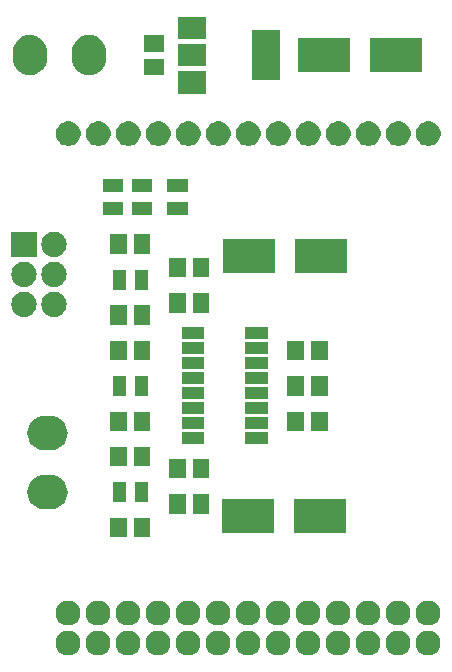
<source format=gbr>
G04 #@! TF.GenerationSoftware,KiCad,Pcbnew,5.0.2-bee76a0~70~ubuntu16.04.1*
G04 #@! TF.CreationDate,2019-02-04T09:50:23+01:00*
G04 #@! TF.ProjectId,mb-a,6d622d61-2e6b-4696-9361-645f70636258,rev?*
G04 #@! TF.SameCoordinates,Original*
G04 #@! TF.FileFunction,Soldermask,Top*
G04 #@! TF.FilePolarity,Negative*
%FSLAX46Y46*%
G04 Gerber Fmt 4.6, Leading zero omitted, Abs format (unit mm)*
G04 Created by KiCad (PCBNEW 5.0.2-bee76a0~70~ubuntu16.04.1) date Mon 04 Feb 2019 09:50:23 AM CET*
%MOMM*%
%LPD*%
G01*
G04 APERTURE LIST*
%ADD10C,0.100000*%
G04 APERTURE END LIST*
D10*
G36*
X101388780Y-93725884D02*
X101569166Y-93761764D01*
X101760254Y-93840916D01*
X101932228Y-93955825D01*
X102078481Y-94102078D01*
X102193390Y-94274052D01*
X102272542Y-94465140D01*
X102312892Y-94667998D01*
X102312892Y-94874830D01*
X102272542Y-95077688D01*
X102193390Y-95268776D01*
X102078481Y-95440750D01*
X101932228Y-95587003D01*
X101760254Y-95701912D01*
X101569166Y-95781064D01*
X101388780Y-95816944D01*
X101366309Y-95821414D01*
X101159475Y-95821414D01*
X101137004Y-95816944D01*
X100956618Y-95781064D01*
X100765530Y-95701912D01*
X100593556Y-95587003D01*
X100447303Y-95440750D01*
X100332394Y-95268776D01*
X100253242Y-95077688D01*
X100212892Y-94874830D01*
X100212892Y-94667998D01*
X100253242Y-94465140D01*
X100332394Y-94274052D01*
X100447303Y-94102078D01*
X100593556Y-93955825D01*
X100765530Y-93840916D01*
X100956618Y-93761764D01*
X101137004Y-93725884D01*
X101159475Y-93721414D01*
X101366309Y-93721414D01*
X101388780Y-93725884D01*
X101388780Y-93725884D01*
G37*
G36*
X124248780Y-93725884D02*
X124429166Y-93761764D01*
X124620254Y-93840916D01*
X124792228Y-93955825D01*
X124938481Y-94102078D01*
X125053390Y-94274052D01*
X125132542Y-94465140D01*
X125172892Y-94667998D01*
X125172892Y-94874830D01*
X125132542Y-95077688D01*
X125053390Y-95268776D01*
X124938481Y-95440750D01*
X124792228Y-95587003D01*
X124620254Y-95701912D01*
X124429166Y-95781064D01*
X124248780Y-95816944D01*
X124226309Y-95821414D01*
X124019475Y-95821414D01*
X123997004Y-95816944D01*
X123816618Y-95781064D01*
X123625530Y-95701912D01*
X123453556Y-95587003D01*
X123307303Y-95440750D01*
X123192394Y-95268776D01*
X123113242Y-95077688D01*
X123072892Y-94874830D01*
X123072892Y-94667998D01*
X123113242Y-94465140D01*
X123192394Y-94274052D01*
X123307303Y-94102078D01*
X123453556Y-93955825D01*
X123625530Y-93840916D01*
X123816618Y-93761764D01*
X123997004Y-93725884D01*
X124019475Y-93721414D01*
X124226309Y-93721414D01*
X124248780Y-93725884D01*
X124248780Y-93725884D01*
G37*
G36*
X116628780Y-93725884D02*
X116809166Y-93761764D01*
X117000254Y-93840916D01*
X117172228Y-93955825D01*
X117318481Y-94102078D01*
X117433390Y-94274052D01*
X117512542Y-94465140D01*
X117552892Y-94667998D01*
X117552892Y-94874830D01*
X117512542Y-95077688D01*
X117433390Y-95268776D01*
X117318481Y-95440750D01*
X117172228Y-95587003D01*
X117000254Y-95701912D01*
X116809166Y-95781064D01*
X116628780Y-95816944D01*
X116606309Y-95821414D01*
X116399475Y-95821414D01*
X116377004Y-95816944D01*
X116196618Y-95781064D01*
X116005530Y-95701912D01*
X115833556Y-95587003D01*
X115687303Y-95440750D01*
X115572394Y-95268776D01*
X115493242Y-95077688D01*
X115452892Y-94874830D01*
X115452892Y-94667998D01*
X115493242Y-94465140D01*
X115572394Y-94274052D01*
X115687303Y-94102078D01*
X115833556Y-93955825D01*
X116005530Y-93840916D01*
X116196618Y-93761764D01*
X116377004Y-93725884D01*
X116399475Y-93721414D01*
X116606309Y-93721414D01*
X116628780Y-93725884D01*
X116628780Y-93725884D01*
G37*
G36*
X119168780Y-93725884D02*
X119349166Y-93761764D01*
X119540254Y-93840916D01*
X119712228Y-93955825D01*
X119858481Y-94102078D01*
X119973390Y-94274052D01*
X120052542Y-94465140D01*
X120092892Y-94667998D01*
X120092892Y-94874830D01*
X120052542Y-95077688D01*
X119973390Y-95268776D01*
X119858481Y-95440750D01*
X119712228Y-95587003D01*
X119540254Y-95701912D01*
X119349166Y-95781064D01*
X119168780Y-95816944D01*
X119146309Y-95821414D01*
X118939475Y-95821414D01*
X118917004Y-95816944D01*
X118736618Y-95781064D01*
X118545530Y-95701912D01*
X118373556Y-95587003D01*
X118227303Y-95440750D01*
X118112394Y-95268776D01*
X118033242Y-95077688D01*
X117992892Y-94874830D01*
X117992892Y-94667998D01*
X118033242Y-94465140D01*
X118112394Y-94274052D01*
X118227303Y-94102078D01*
X118373556Y-93955825D01*
X118545530Y-93840916D01*
X118736618Y-93761764D01*
X118917004Y-93725884D01*
X118939475Y-93721414D01*
X119146309Y-93721414D01*
X119168780Y-93725884D01*
X119168780Y-93725884D01*
G37*
G36*
X121708780Y-93725884D02*
X121889166Y-93761764D01*
X122080254Y-93840916D01*
X122252228Y-93955825D01*
X122398481Y-94102078D01*
X122513390Y-94274052D01*
X122592542Y-94465140D01*
X122632892Y-94667998D01*
X122632892Y-94874830D01*
X122592542Y-95077688D01*
X122513390Y-95268776D01*
X122398481Y-95440750D01*
X122252228Y-95587003D01*
X122080254Y-95701912D01*
X121889166Y-95781064D01*
X121708780Y-95816944D01*
X121686309Y-95821414D01*
X121479475Y-95821414D01*
X121457004Y-95816944D01*
X121276618Y-95781064D01*
X121085530Y-95701912D01*
X120913556Y-95587003D01*
X120767303Y-95440750D01*
X120652394Y-95268776D01*
X120573242Y-95077688D01*
X120532892Y-94874830D01*
X120532892Y-94667998D01*
X120573242Y-94465140D01*
X120652394Y-94274052D01*
X120767303Y-94102078D01*
X120913556Y-93955825D01*
X121085530Y-93840916D01*
X121276618Y-93761764D01*
X121457004Y-93725884D01*
X121479475Y-93721414D01*
X121686309Y-93721414D01*
X121708780Y-93725884D01*
X121708780Y-93725884D01*
G37*
G36*
X126788780Y-93725884D02*
X126969166Y-93761764D01*
X127160254Y-93840916D01*
X127332228Y-93955825D01*
X127478481Y-94102078D01*
X127593390Y-94274052D01*
X127672542Y-94465140D01*
X127712892Y-94667998D01*
X127712892Y-94874830D01*
X127672542Y-95077688D01*
X127593390Y-95268776D01*
X127478481Y-95440750D01*
X127332228Y-95587003D01*
X127160254Y-95701912D01*
X126969166Y-95781064D01*
X126788780Y-95816944D01*
X126766309Y-95821414D01*
X126559475Y-95821414D01*
X126537004Y-95816944D01*
X126356618Y-95781064D01*
X126165530Y-95701912D01*
X125993556Y-95587003D01*
X125847303Y-95440750D01*
X125732394Y-95268776D01*
X125653242Y-95077688D01*
X125612892Y-94874830D01*
X125612892Y-94667998D01*
X125653242Y-94465140D01*
X125732394Y-94274052D01*
X125847303Y-94102078D01*
X125993556Y-93955825D01*
X126165530Y-93840916D01*
X126356618Y-93761764D01*
X126537004Y-93725884D01*
X126559475Y-93721414D01*
X126766309Y-93721414D01*
X126788780Y-93725884D01*
X126788780Y-93725884D01*
G37*
G36*
X114088780Y-93725884D02*
X114269166Y-93761764D01*
X114460254Y-93840916D01*
X114632228Y-93955825D01*
X114778481Y-94102078D01*
X114893390Y-94274052D01*
X114972542Y-94465140D01*
X115012892Y-94667998D01*
X115012892Y-94874830D01*
X114972542Y-95077688D01*
X114893390Y-95268776D01*
X114778481Y-95440750D01*
X114632228Y-95587003D01*
X114460254Y-95701912D01*
X114269166Y-95781064D01*
X114088780Y-95816944D01*
X114066309Y-95821414D01*
X113859475Y-95821414D01*
X113837004Y-95816944D01*
X113656618Y-95781064D01*
X113465530Y-95701912D01*
X113293556Y-95587003D01*
X113147303Y-95440750D01*
X113032394Y-95268776D01*
X112953242Y-95077688D01*
X112912892Y-94874830D01*
X112912892Y-94667998D01*
X112953242Y-94465140D01*
X113032394Y-94274052D01*
X113147303Y-94102078D01*
X113293556Y-93955825D01*
X113465530Y-93840916D01*
X113656618Y-93761764D01*
X113837004Y-93725884D01*
X113859475Y-93721414D01*
X114066309Y-93721414D01*
X114088780Y-93725884D01*
X114088780Y-93725884D01*
G37*
G36*
X109008780Y-93725884D02*
X109189166Y-93761764D01*
X109380254Y-93840916D01*
X109552228Y-93955825D01*
X109698481Y-94102078D01*
X109813390Y-94274052D01*
X109892542Y-94465140D01*
X109932892Y-94667998D01*
X109932892Y-94874830D01*
X109892542Y-95077688D01*
X109813390Y-95268776D01*
X109698481Y-95440750D01*
X109552228Y-95587003D01*
X109380254Y-95701912D01*
X109189166Y-95781064D01*
X109008780Y-95816944D01*
X108986309Y-95821414D01*
X108779475Y-95821414D01*
X108757004Y-95816944D01*
X108576618Y-95781064D01*
X108385530Y-95701912D01*
X108213556Y-95587003D01*
X108067303Y-95440750D01*
X107952394Y-95268776D01*
X107873242Y-95077688D01*
X107832892Y-94874830D01*
X107832892Y-94667998D01*
X107873242Y-94465140D01*
X107952394Y-94274052D01*
X108067303Y-94102078D01*
X108213556Y-93955825D01*
X108385530Y-93840916D01*
X108576618Y-93761764D01*
X108757004Y-93725884D01*
X108779475Y-93721414D01*
X108986309Y-93721414D01*
X109008780Y-93725884D01*
X109008780Y-93725884D01*
G37*
G36*
X111548780Y-93725884D02*
X111729166Y-93761764D01*
X111920254Y-93840916D01*
X112092228Y-93955825D01*
X112238481Y-94102078D01*
X112353390Y-94274052D01*
X112432542Y-94465140D01*
X112472892Y-94667998D01*
X112472892Y-94874830D01*
X112432542Y-95077688D01*
X112353390Y-95268776D01*
X112238481Y-95440750D01*
X112092228Y-95587003D01*
X111920254Y-95701912D01*
X111729166Y-95781064D01*
X111548780Y-95816944D01*
X111526309Y-95821414D01*
X111319475Y-95821414D01*
X111297004Y-95816944D01*
X111116618Y-95781064D01*
X110925530Y-95701912D01*
X110753556Y-95587003D01*
X110607303Y-95440750D01*
X110492394Y-95268776D01*
X110413242Y-95077688D01*
X110372892Y-94874830D01*
X110372892Y-94667998D01*
X110413242Y-94465140D01*
X110492394Y-94274052D01*
X110607303Y-94102078D01*
X110753556Y-93955825D01*
X110925530Y-93840916D01*
X111116618Y-93761764D01*
X111297004Y-93725884D01*
X111319475Y-93721414D01*
X111526309Y-93721414D01*
X111548780Y-93725884D01*
X111548780Y-93725884D01*
G37*
G36*
X98848780Y-93725884D02*
X99029166Y-93761764D01*
X99220254Y-93840916D01*
X99392228Y-93955825D01*
X99538481Y-94102078D01*
X99653390Y-94274052D01*
X99732542Y-94465140D01*
X99772892Y-94667998D01*
X99772892Y-94874830D01*
X99732542Y-95077688D01*
X99653390Y-95268776D01*
X99538481Y-95440750D01*
X99392228Y-95587003D01*
X99220254Y-95701912D01*
X99029166Y-95781064D01*
X98848780Y-95816944D01*
X98826309Y-95821414D01*
X98619475Y-95821414D01*
X98597004Y-95816944D01*
X98416618Y-95781064D01*
X98225530Y-95701912D01*
X98053556Y-95587003D01*
X97907303Y-95440750D01*
X97792394Y-95268776D01*
X97713242Y-95077688D01*
X97672892Y-94874830D01*
X97672892Y-94667998D01*
X97713242Y-94465140D01*
X97792394Y-94274052D01*
X97907303Y-94102078D01*
X98053556Y-93955825D01*
X98225530Y-93840916D01*
X98416618Y-93761764D01*
X98597004Y-93725884D01*
X98619475Y-93721414D01*
X98826309Y-93721414D01*
X98848780Y-93725884D01*
X98848780Y-93725884D01*
G37*
G36*
X103928780Y-93725884D02*
X104109166Y-93761764D01*
X104300254Y-93840916D01*
X104472228Y-93955825D01*
X104618481Y-94102078D01*
X104733390Y-94274052D01*
X104812542Y-94465140D01*
X104852892Y-94667998D01*
X104852892Y-94874830D01*
X104812542Y-95077688D01*
X104733390Y-95268776D01*
X104618481Y-95440750D01*
X104472228Y-95587003D01*
X104300254Y-95701912D01*
X104109166Y-95781064D01*
X103928780Y-95816944D01*
X103906309Y-95821414D01*
X103699475Y-95821414D01*
X103677004Y-95816944D01*
X103496618Y-95781064D01*
X103305530Y-95701912D01*
X103133556Y-95587003D01*
X102987303Y-95440750D01*
X102872394Y-95268776D01*
X102793242Y-95077688D01*
X102752892Y-94874830D01*
X102752892Y-94667998D01*
X102793242Y-94465140D01*
X102872394Y-94274052D01*
X102987303Y-94102078D01*
X103133556Y-93955825D01*
X103305530Y-93840916D01*
X103496618Y-93761764D01*
X103677004Y-93725884D01*
X103699475Y-93721414D01*
X103906309Y-93721414D01*
X103928780Y-93725884D01*
X103928780Y-93725884D01*
G37*
G36*
X106468780Y-93725884D02*
X106649166Y-93761764D01*
X106840254Y-93840916D01*
X107012228Y-93955825D01*
X107158481Y-94102078D01*
X107273390Y-94274052D01*
X107352542Y-94465140D01*
X107392892Y-94667998D01*
X107392892Y-94874830D01*
X107352542Y-95077688D01*
X107273390Y-95268776D01*
X107158481Y-95440750D01*
X107012228Y-95587003D01*
X106840254Y-95701912D01*
X106649166Y-95781064D01*
X106468780Y-95816944D01*
X106446309Y-95821414D01*
X106239475Y-95821414D01*
X106217004Y-95816944D01*
X106036618Y-95781064D01*
X105845530Y-95701912D01*
X105673556Y-95587003D01*
X105527303Y-95440750D01*
X105412394Y-95268776D01*
X105333242Y-95077688D01*
X105292892Y-94874830D01*
X105292892Y-94667998D01*
X105333242Y-94465140D01*
X105412394Y-94274052D01*
X105527303Y-94102078D01*
X105673556Y-93955825D01*
X105845530Y-93840916D01*
X106036618Y-93761764D01*
X106217004Y-93725884D01*
X106239475Y-93721414D01*
X106446309Y-93721414D01*
X106468780Y-93725884D01*
X106468780Y-93725884D01*
G37*
G36*
X129328780Y-93725884D02*
X129509166Y-93761764D01*
X129700254Y-93840916D01*
X129872228Y-93955825D01*
X130018481Y-94102078D01*
X130133390Y-94274052D01*
X130212542Y-94465140D01*
X130252892Y-94667998D01*
X130252892Y-94874830D01*
X130212542Y-95077688D01*
X130133390Y-95268776D01*
X130018481Y-95440750D01*
X129872228Y-95587003D01*
X129700254Y-95701912D01*
X129509166Y-95781064D01*
X129328780Y-95816944D01*
X129306309Y-95821414D01*
X129099475Y-95821414D01*
X129077004Y-95816944D01*
X128896618Y-95781064D01*
X128705530Y-95701912D01*
X128533556Y-95587003D01*
X128387303Y-95440750D01*
X128272394Y-95268776D01*
X128193242Y-95077688D01*
X128152892Y-94874830D01*
X128152892Y-94667998D01*
X128193242Y-94465140D01*
X128272394Y-94274052D01*
X128387303Y-94102078D01*
X128533556Y-93955825D01*
X128705530Y-93840916D01*
X128896618Y-93761764D01*
X129077004Y-93725884D01*
X129099475Y-93721414D01*
X129306309Y-93721414D01*
X129328780Y-93725884D01*
X129328780Y-93725884D01*
G37*
G36*
X119168780Y-91185884D02*
X119349166Y-91221764D01*
X119540254Y-91300916D01*
X119712228Y-91415825D01*
X119858481Y-91562078D01*
X119973390Y-91734052D01*
X120052542Y-91925140D01*
X120092892Y-92127998D01*
X120092892Y-92334830D01*
X120052542Y-92537688D01*
X119973390Y-92728776D01*
X119858481Y-92900750D01*
X119712228Y-93047003D01*
X119540254Y-93161912D01*
X119349166Y-93241064D01*
X119168780Y-93276944D01*
X119146309Y-93281414D01*
X118939475Y-93281414D01*
X118917004Y-93276944D01*
X118736618Y-93241064D01*
X118545530Y-93161912D01*
X118373556Y-93047003D01*
X118227303Y-92900750D01*
X118112394Y-92728776D01*
X118033242Y-92537688D01*
X117992892Y-92334830D01*
X117992892Y-92127998D01*
X118033242Y-91925140D01*
X118112394Y-91734052D01*
X118227303Y-91562078D01*
X118373556Y-91415825D01*
X118545530Y-91300916D01*
X118736618Y-91221764D01*
X118917004Y-91185884D01*
X118939475Y-91181414D01*
X119146309Y-91181414D01*
X119168780Y-91185884D01*
X119168780Y-91185884D01*
G37*
G36*
X98848780Y-91185884D02*
X99029166Y-91221764D01*
X99220254Y-91300916D01*
X99392228Y-91415825D01*
X99538481Y-91562078D01*
X99653390Y-91734052D01*
X99732542Y-91925140D01*
X99772892Y-92127998D01*
X99772892Y-92334830D01*
X99732542Y-92537688D01*
X99653390Y-92728776D01*
X99538481Y-92900750D01*
X99392228Y-93047003D01*
X99220254Y-93161912D01*
X99029166Y-93241064D01*
X98848780Y-93276944D01*
X98826309Y-93281414D01*
X98619475Y-93281414D01*
X98597004Y-93276944D01*
X98416618Y-93241064D01*
X98225530Y-93161912D01*
X98053556Y-93047003D01*
X97907303Y-92900750D01*
X97792394Y-92728776D01*
X97713242Y-92537688D01*
X97672892Y-92334830D01*
X97672892Y-92127998D01*
X97713242Y-91925140D01*
X97792394Y-91734052D01*
X97907303Y-91562078D01*
X98053556Y-91415825D01*
X98225530Y-91300916D01*
X98416618Y-91221764D01*
X98597004Y-91185884D01*
X98619475Y-91181414D01*
X98826309Y-91181414D01*
X98848780Y-91185884D01*
X98848780Y-91185884D01*
G37*
G36*
X116628780Y-91185884D02*
X116809166Y-91221764D01*
X117000254Y-91300916D01*
X117172228Y-91415825D01*
X117318481Y-91562078D01*
X117433390Y-91734052D01*
X117512542Y-91925140D01*
X117552892Y-92127998D01*
X117552892Y-92334830D01*
X117512542Y-92537688D01*
X117433390Y-92728776D01*
X117318481Y-92900750D01*
X117172228Y-93047003D01*
X117000254Y-93161912D01*
X116809166Y-93241064D01*
X116628780Y-93276944D01*
X116606309Y-93281414D01*
X116399475Y-93281414D01*
X116377004Y-93276944D01*
X116196618Y-93241064D01*
X116005530Y-93161912D01*
X115833556Y-93047003D01*
X115687303Y-92900750D01*
X115572394Y-92728776D01*
X115493242Y-92537688D01*
X115452892Y-92334830D01*
X115452892Y-92127998D01*
X115493242Y-91925140D01*
X115572394Y-91734052D01*
X115687303Y-91562078D01*
X115833556Y-91415825D01*
X116005530Y-91300916D01*
X116196618Y-91221764D01*
X116377004Y-91185884D01*
X116399475Y-91181414D01*
X116606309Y-91181414D01*
X116628780Y-91185884D01*
X116628780Y-91185884D01*
G37*
G36*
X101388780Y-91185884D02*
X101569166Y-91221764D01*
X101760254Y-91300916D01*
X101932228Y-91415825D01*
X102078481Y-91562078D01*
X102193390Y-91734052D01*
X102272542Y-91925140D01*
X102312892Y-92127998D01*
X102312892Y-92334830D01*
X102272542Y-92537688D01*
X102193390Y-92728776D01*
X102078481Y-92900750D01*
X101932228Y-93047003D01*
X101760254Y-93161912D01*
X101569166Y-93241064D01*
X101388780Y-93276944D01*
X101366309Y-93281414D01*
X101159475Y-93281414D01*
X101137004Y-93276944D01*
X100956618Y-93241064D01*
X100765530Y-93161912D01*
X100593556Y-93047003D01*
X100447303Y-92900750D01*
X100332394Y-92728776D01*
X100253242Y-92537688D01*
X100212892Y-92334830D01*
X100212892Y-92127998D01*
X100253242Y-91925140D01*
X100332394Y-91734052D01*
X100447303Y-91562078D01*
X100593556Y-91415825D01*
X100765530Y-91300916D01*
X100956618Y-91221764D01*
X101137004Y-91185884D01*
X101159475Y-91181414D01*
X101366309Y-91181414D01*
X101388780Y-91185884D01*
X101388780Y-91185884D01*
G37*
G36*
X103928780Y-91185884D02*
X104109166Y-91221764D01*
X104300254Y-91300916D01*
X104472228Y-91415825D01*
X104618481Y-91562078D01*
X104733390Y-91734052D01*
X104812542Y-91925140D01*
X104852892Y-92127998D01*
X104852892Y-92334830D01*
X104812542Y-92537688D01*
X104733390Y-92728776D01*
X104618481Y-92900750D01*
X104472228Y-93047003D01*
X104300254Y-93161912D01*
X104109166Y-93241064D01*
X103928780Y-93276944D01*
X103906309Y-93281414D01*
X103699475Y-93281414D01*
X103677004Y-93276944D01*
X103496618Y-93241064D01*
X103305530Y-93161912D01*
X103133556Y-93047003D01*
X102987303Y-92900750D01*
X102872394Y-92728776D01*
X102793242Y-92537688D01*
X102752892Y-92334830D01*
X102752892Y-92127998D01*
X102793242Y-91925140D01*
X102872394Y-91734052D01*
X102987303Y-91562078D01*
X103133556Y-91415825D01*
X103305530Y-91300916D01*
X103496618Y-91221764D01*
X103677004Y-91185884D01*
X103699475Y-91181414D01*
X103906309Y-91181414D01*
X103928780Y-91185884D01*
X103928780Y-91185884D01*
G37*
G36*
X121708780Y-91185884D02*
X121889166Y-91221764D01*
X122080254Y-91300916D01*
X122252228Y-91415825D01*
X122398481Y-91562078D01*
X122513390Y-91734052D01*
X122592542Y-91925140D01*
X122632892Y-92127998D01*
X122632892Y-92334830D01*
X122592542Y-92537688D01*
X122513390Y-92728776D01*
X122398481Y-92900750D01*
X122252228Y-93047003D01*
X122080254Y-93161912D01*
X121889166Y-93241064D01*
X121708780Y-93276944D01*
X121686309Y-93281414D01*
X121479475Y-93281414D01*
X121457004Y-93276944D01*
X121276618Y-93241064D01*
X121085530Y-93161912D01*
X120913556Y-93047003D01*
X120767303Y-92900750D01*
X120652394Y-92728776D01*
X120573242Y-92537688D01*
X120532892Y-92334830D01*
X120532892Y-92127998D01*
X120573242Y-91925140D01*
X120652394Y-91734052D01*
X120767303Y-91562078D01*
X120913556Y-91415825D01*
X121085530Y-91300916D01*
X121276618Y-91221764D01*
X121457004Y-91185884D01*
X121479475Y-91181414D01*
X121686309Y-91181414D01*
X121708780Y-91185884D01*
X121708780Y-91185884D01*
G37*
G36*
X106468780Y-91185884D02*
X106649166Y-91221764D01*
X106840254Y-91300916D01*
X107012228Y-91415825D01*
X107158481Y-91562078D01*
X107273390Y-91734052D01*
X107352542Y-91925140D01*
X107392892Y-92127998D01*
X107392892Y-92334830D01*
X107352542Y-92537688D01*
X107273390Y-92728776D01*
X107158481Y-92900750D01*
X107012228Y-93047003D01*
X106840254Y-93161912D01*
X106649166Y-93241064D01*
X106468780Y-93276944D01*
X106446309Y-93281414D01*
X106239475Y-93281414D01*
X106217004Y-93276944D01*
X106036618Y-93241064D01*
X105845530Y-93161912D01*
X105673556Y-93047003D01*
X105527303Y-92900750D01*
X105412394Y-92728776D01*
X105333242Y-92537688D01*
X105292892Y-92334830D01*
X105292892Y-92127998D01*
X105333242Y-91925140D01*
X105412394Y-91734052D01*
X105527303Y-91562078D01*
X105673556Y-91415825D01*
X105845530Y-91300916D01*
X106036618Y-91221764D01*
X106217004Y-91185884D01*
X106239475Y-91181414D01*
X106446309Y-91181414D01*
X106468780Y-91185884D01*
X106468780Y-91185884D01*
G37*
G36*
X114088780Y-91185884D02*
X114269166Y-91221764D01*
X114460254Y-91300916D01*
X114632228Y-91415825D01*
X114778481Y-91562078D01*
X114893390Y-91734052D01*
X114972542Y-91925140D01*
X115012892Y-92127998D01*
X115012892Y-92334830D01*
X114972542Y-92537688D01*
X114893390Y-92728776D01*
X114778481Y-92900750D01*
X114632228Y-93047003D01*
X114460254Y-93161912D01*
X114269166Y-93241064D01*
X114088780Y-93276944D01*
X114066309Y-93281414D01*
X113859475Y-93281414D01*
X113837004Y-93276944D01*
X113656618Y-93241064D01*
X113465530Y-93161912D01*
X113293556Y-93047003D01*
X113147303Y-92900750D01*
X113032394Y-92728776D01*
X112953242Y-92537688D01*
X112912892Y-92334830D01*
X112912892Y-92127998D01*
X112953242Y-91925140D01*
X113032394Y-91734052D01*
X113147303Y-91562078D01*
X113293556Y-91415825D01*
X113465530Y-91300916D01*
X113656618Y-91221764D01*
X113837004Y-91185884D01*
X113859475Y-91181414D01*
X114066309Y-91181414D01*
X114088780Y-91185884D01*
X114088780Y-91185884D01*
G37*
G36*
X109008780Y-91185884D02*
X109189166Y-91221764D01*
X109380254Y-91300916D01*
X109552228Y-91415825D01*
X109698481Y-91562078D01*
X109813390Y-91734052D01*
X109892542Y-91925140D01*
X109932892Y-92127998D01*
X109932892Y-92334830D01*
X109892542Y-92537688D01*
X109813390Y-92728776D01*
X109698481Y-92900750D01*
X109552228Y-93047003D01*
X109380254Y-93161912D01*
X109189166Y-93241064D01*
X109008780Y-93276944D01*
X108986309Y-93281414D01*
X108779475Y-93281414D01*
X108757004Y-93276944D01*
X108576618Y-93241064D01*
X108385530Y-93161912D01*
X108213556Y-93047003D01*
X108067303Y-92900750D01*
X107952394Y-92728776D01*
X107873242Y-92537688D01*
X107832892Y-92334830D01*
X107832892Y-92127998D01*
X107873242Y-91925140D01*
X107952394Y-91734052D01*
X108067303Y-91562078D01*
X108213556Y-91415825D01*
X108385530Y-91300916D01*
X108576618Y-91221764D01*
X108757004Y-91185884D01*
X108779475Y-91181414D01*
X108986309Y-91181414D01*
X109008780Y-91185884D01*
X109008780Y-91185884D01*
G37*
G36*
X124248780Y-91185884D02*
X124429166Y-91221764D01*
X124620254Y-91300916D01*
X124792228Y-91415825D01*
X124938481Y-91562078D01*
X125053390Y-91734052D01*
X125132542Y-91925140D01*
X125172892Y-92127998D01*
X125172892Y-92334830D01*
X125132542Y-92537688D01*
X125053390Y-92728776D01*
X124938481Y-92900750D01*
X124792228Y-93047003D01*
X124620254Y-93161912D01*
X124429166Y-93241064D01*
X124248780Y-93276944D01*
X124226309Y-93281414D01*
X124019475Y-93281414D01*
X123997004Y-93276944D01*
X123816618Y-93241064D01*
X123625530Y-93161912D01*
X123453556Y-93047003D01*
X123307303Y-92900750D01*
X123192394Y-92728776D01*
X123113242Y-92537688D01*
X123072892Y-92334830D01*
X123072892Y-92127998D01*
X123113242Y-91925140D01*
X123192394Y-91734052D01*
X123307303Y-91562078D01*
X123453556Y-91415825D01*
X123625530Y-91300916D01*
X123816618Y-91221764D01*
X123997004Y-91185884D01*
X124019475Y-91181414D01*
X124226309Y-91181414D01*
X124248780Y-91185884D01*
X124248780Y-91185884D01*
G37*
G36*
X111548780Y-91185884D02*
X111729166Y-91221764D01*
X111920254Y-91300916D01*
X112092228Y-91415825D01*
X112238481Y-91562078D01*
X112353390Y-91734052D01*
X112432542Y-91925140D01*
X112472892Y-92127998D01*
X112472892Y-92334830D01*
X112432542Y-92537688D01*
X112353390Y-92728776D01*
X112238481Y-92900750D01*
X112092228Y-93047003D01*
X111920254Y-93161912D01*
X111729166Y-93241064D01*
X111548780Y-93276944D01*
X111526309Y-93281414D01*
X111319475Y-93281414D01*
X111297004Y-93276944D01*
X111116618Y-93241064D01*
X110925530Y-93161912D01*
X110753556Y-93047003D01*
X110607303Y-92900750D01*
X110492394Y-92728776D01*
X110413242Y-92537688D01*
X110372892Y-92334830D01*
X110372892Y-92127998D01*
X110413242Y-91925140D01*
X110492394Y-91734052D01*
X110607303Y-91562078D01*
X110753556Y-91415825D01*
X110925530Y-91300916D01*
X111116618Y-91221764D01*
X111297004Y-91185884D01*
X111319475Y-91181414D01*
X111526309Y-91181414D01*
X111548780Y-91185884D01*
X111548780Y-91185884D01*
G37*
G36*
X129328780Y-91185884D02*
X129509166Y-91221764D01*
X129700254Y-91300916D01*
X129872228Y-91415825D01*
X130018481Y-91562078D01*
X130133390Y-91734052D01*
X130212542Y-91925140D01*
X130252892Y-92127998D01*
X130252892Y-92334830D01*
X130212542Y-92537688D01*
X130133390Y-92728776D01*
X130018481Y-92900750D01*
X129872228Y-93047003D01*
X129700254Y-93161912D01*
X129509166Y-93241064D01*
X129328780Y-93276944D01*
X129306309Y-93281414D01*
X129099475Y-93281414D01*
X129077004Y-93276944D01*
X128896618Y-93241064D01*
X128705530Y-93161912D01*
X128533556Y-93047003D01*
X128387303Y-92900750D01*
X128272394Y-92728776D01*
X128193242Y-92537688D01*
X128152892Y-92334830D01*
X128152892Y-92127998D01*
X128193242Y-91925140D01*
X128272394Y-91734052D01*
X128387303Y-91562078D01*
X128533556Y-91415825D01*
X128705530Y-91300916D01*
X128896618Y-91221764D01*
X129077004Y-91185884D01*
X129099475Y-91181414D01*
X129306309Y-91181414D01*
X129328780Y-91185884D01*
X129328780Y-91185884D01*
G37*
G36*
X126788780Y-91185884D02*
X126969166Y-91221764D01*
X127160254Y-91300916D01*
X127332228Y-91415825D01*
X127478481Y-91562078D01*
X127593390Y-91734052D01*
X127672542Y-91925140D01*
X127712892Y-92127998D01*
X127712892Y-92334830D01*
X127672542Y-92537688D01*
X127593390Y-92728776D01*
X127478481Y-92900750D01*
X127332228Y-93047003D01*
X127160254Y-93161912D01*
X126969166Y-93241064D01*
X126788780Y-93276944D01*
X126766309Y-93281414D01*
X126559475Y-93281414D01*
X126537004Y-93276944D01*
X126356618Y-93241064D01*
X126165530Y-93161912D01*
X125993556Y-93047003D01*
X125847303Y-92900750D01*
X125732394Y-92728776D01*
X125653242Y-92537688D01*
X125612892Y-92334830D01*
X125612892Y-92127998D01*
X125653242Y-91925140D01*
X125732394Y-91734052D01*
X125847303Y-91562078D01*
X125993556Y-91415825D01*
X126165530Y-91300916D01*
X126356618Y-91221764D01*
X126537004Y-91185884D01*
X126559475Y-91181414D01*
X126766309Y-91181414D01*
X126788780Y-91185884D01*
X126788780Y-91185884D01*
G37*
G36*
X103700000Y-85825000D02*
X102300000Y-85825000D01*
X102300000Y-84175000D01*
X103700000Y-84175000D01*
X103700000Y-85825000D01*
X103700000Y-85825000D01*
G37*
G36*
X105700000Y-85825000D02*
X104300000Y-85825000D01*
X104300000Y-84175000D01*
X105700000Y-84175000D01*
X105700000Y-85825000D01*
X105700000Y-85825000D01*
G37*
G36*
X116150000Y-85450000D02*
X111750000Y-85450000D01*
X111750000Y-82550000D01*
X116150000Y-82550000D01*
X116150000Y-85450000D01*
X116150000Y-85450000D01*
G37*
G36*
X122250000Y-85450000D02*
X117850000Y-85450000D01*
X117850000Y-82550000D01*
X122250000Y-82550000D01*
X122250000Y-85450000D01*
X122250000Y-85450000D01*
G37*
G36*
X108700000Y-83825000D02*
X107300000Y-83825000D01*
X107300000Y-82175000D01*
X108700000Y-82175000D01*
X108700000Y-83825000D01*
X108700000Y-83825000D01*
G37*
G36*
X110700000Y-83825000D02*
X109300000Y-83825000D01*
X109300000Y-82175000D01*
X110700000Y-82175000D01*
X110700000Y-83825000D01*
X110700000Y-83825000D01*
G37*
G36*
X97363830Y-80554196D02*
X97534250Y-80570981D01*
X97807576Y-80653894D01*
X98059474Y-80788536D01*
X98280265Y-80969735D01*
X98461464Y-81190526D01*
X98596106Y-81442424D01*
X98679019Y-81715750D01*
X98707015Y-82000000D01*
X98679019Y-82284250D01*
X98596106Y-82557576D01*
X98461464Y-82809474D01*
X98280265Y-83030265D01*
X98059474Y-83211464D01*
X97807576Y-83346106D01*
X97534250Y-83429019D01*
X97363830Y-83445804D01*
X97321226Y-83450000D01*
X96678774Y-83450000D01*
X96636170Y-83445804D01*
X96465750Y-83429019D01*
X96192424Y-83346106D01*
X95940526Y-83211464D01*
X95719735Y-83030265D01*
X95538536Y-82809474D01*
X95403894Y-82557576D01*
X95320981Y-82284250D01*
X95292985Y-82000000D01*
X95320981Y-81715750D01*
X95403894Y-81442424D01*
X95538536Y-81190526D01*
X95719735Y-80969735D01*
X95940526Y-80788536D01*
X96192424Y-80653894D01*
X96465750Y-80570981D01*
X96636170Y-80554196D01*
X96678774Y-80550000D01*
X97321226Y-80550000D01*
X97363830Y-80554196D01*
X97363830Y-80554196D01*
G37*
G36*
X103600000Y-82850000D02*
X102500000Y-82850000D01*
X102500000Y-81150000D01*
X103600000Y-81150000D01*
X103600000Y-82850000D01*
X103600000Y-82850000D01*
G37*
G36*
X105500000Y-82850000D02*
X104400000Y-82850000D01*
X104400000Y-81150000D01*
X105500000Y-81150000D01*
X105500000Y-82850000D01*
X105500000Y-82850000D01*
G37*
G36*
X110700000Y-80825000D02*
X109300000Y-80825000D01*
X109300000Y-79175000D01*
X110700000Y-79175000D01*
X110700000Y-80825000D01*
X110700000Y-80825000D01*
G37*
G36*
X108700000Y-80825000D02*
X107300000Y-80825000D01*
X107300000Y-79175000D01*
X108700000Y-79175000D01*
X108700000Y-80825000D01*
X108700000Y-80825000D01*
G37*
G36*
X105700000Y-79825000D02*
X104300000Y-79825000D01*
X104300000Y-78175000D01*
X105700000Y-78175000D01*
X105700000Y-79825000D01*
X105700000Y-79825000D01*
G37*
G36*
X103700000Y-79825000D02*
X102300000Y-79825000D01*
X102300000Y-78175000D01*
X103700000Y-78175000D01*
X103700000Y-79825000D01*
X103700000Y-79825000D01*
G37*
G36*
X97363830Y-75554196D02*
X97534250Y-75570981D01*
X97807576Y-75653894D01*
X98059474Y-75788536D01*
X98280265Y-75969735D01*
X98461464Y-76190526D01*
X98596106Y-76442424D01*
X98679019Y-76715750D01*
X98707015Y-77000000D01*
X98679019Y-77284250D01*
X98596106Y-77557576D01*
X98461464Y-77809474D01*
X98280265Y-78030265D01*
X98059474Y-78211464D01*
X97807576Y-78346106D01*
X97534250Y-78429019D01*
X97363830Y-78445804D01*
X97321226Y-78450000D01*
X96678774Y-78450000D01*
X96636170Y-78445804D01*
X96465750Y-78429019D01*
X96192424Y-78346106D01*
X95940526Y-78211464D01*
X95719735Y-78030265D01*
X95538536Y-77809474D01*
X95403894Y-77557576D01*
X95320981Y-77284250D01*
X95292985Y-77000000D01*
X95320981Y-76715750D01*
X95403894Y-76442424D01*
X95538536Y-76190526D01*
X95719735Y-75969735D01*
X95940526Y-75788536D01*
X96192424Y-75653894D01*
X96465750Y-75570981D01*
X96636170Y-75554196D01*
X96678774Y-75550000D01*
X97321226Y-75550000D01*
X97363830Y-75554196D01*
X97363830Y-75554196D01*
G37*
G36*
X115650000Y-77945000D02*
X113750000Y-77945000D01*
X113750000Y-76945000D01*
X115650000Y-76945000D01*
X115650000Y-77945000D01*
X115650000Y-77945000D01*
G37*
G36*
X110250000Y-77945000D02*
X108350000Y-77945000D01*
X108350000Y-76945000D01*
X110250000Y-76945000D01*
X110250000Y-77945000D01*
X110250000Y-77945000D01*
G37*
G36*
X105700000Y-76825000D02*
X104300000Y-76825000D01*
X104300000Y-75175000D01*
X105700000Y-75175000D01*
X105700000Y-76825000D01*
X105700000Y-76825000D01*
G37*
G36*
X120700000Y-76825000D02*
X119300000Y-76825000D01*
X119300000Y-75175000D01*
X120700000Y-75175000D01*
X120700000Y-76825000D01*
X120700000Y-76825000D01*
G37*
G36*
X118700000Y-76825000D02*
X117300000Y-76825000D01*
X117300000Y-75175000D01*
X118700000Y-75175000D01*
X118700000Y-76825000D01*
X118700000Y-76825000D01*
G37*
G36*
X103700000Y-76825000D02*
X102300000Y-76825000D01*
X102300000Y-75175000D01*
X103700000Y-75175000D01*
X103700000Y-76825000D01*
X103700000Y-76825000D01*
G37*
G36*
X115650000Y-76675000D02*
X113750000Y-76675000D01*
X113750000Y-75675000D01*
X115650000Y-75675000D01*
X115650000Y-76675000D01*
X115650000Y-76675000D01*
G37*
G36*
X110250000Y-76675000D02*
X108350000Y-76675000D01*
X108350000Y-75675000D01*
X110250000Y-75675000D01*
X110250000Y-76675000D01*
X110250000Y-76675000D01*
G37*
G36*
X115650000Y-75405000D02*
X113750000Y-75405000D01*
X113750000Y-74405000D01*
X115650000Y-74405000D01*
X115650000Y-75405000D01*
X115650000Y-75405000D01*
G37*
G36*
X110250000Y-75405000D02*
X108350000Y-75405000D01*
X108350000Y-74405000D01*
X110250000Y-74405000D01*
X110250000Y-75405000D01*
X110250000Y-75405000D01*
G37*
G36*
X110250000Y-74135000D02*
X108350000Y-74135000D01*
X108350000Y-73135000D01*
X110250000Y-73135000D01*
X110250000Y-74135000D01*
X110250000Y-74135000D01*
G37*
G36*
X115650000Y-74135000D02*
X113750000Y-74135000D01*
X113750000Y-73135000D01*
X115650000Y-73135000D01*
X115650000Y-74135000D01*
X115650000Y-74135000D01*
G37*
G36*
X103600000Y-73850000D02*
X102500000Y-73850000D01*
X102500000Y-72150000D01*
X103600000Y-72150000D01*
X103600000Y-73850000D01*
X103600000Y-73850000D01*
G37*
G36*
X105500000Y-73850000D02*
X104400000Y-73850000D01*
X104400000Y-72150000D01*
X105500000Y-72150000D01*
X105500000Y-73850000D01*
X105500000Y-73850000D01*
G37*
G36*
X120700000Y-73825000D02*
X119300000Y-73825000D01*
X119300000Y-72175000D01*
X120700000Y-72175000D01*
X120700000Y-73825000D01*
X120700000Y-73825000D01*
G37*
G36*
X118700000Y-73825000D02*
X117300000Y-73825000D01*
X117300000Y-72175000D01*
X118700000Y-72175000D01*
X118700000Y-73825000D01*
X118700000Y-73825000D01*
G37*
G36*
X115650000Y-72865000D02*
X113750000Y-72865000D01*
X113750000Y-71865000D01*
X115650000Y-71865000D01*
X115650000Y-72865000D01*
X115650000Y-72865000D01*
G37*
G36*
X110250000Y-72865000D02*
X108350000Y-72865000D01*
X108350000Y-71865000D01*
X110250000Y-71865000D01*
X110250000Y-72865000D01*
X110250000Y-72865000D01*
G37*
G36*
X115650000Y-71595000D02*
X113750000Y-71595000D01*
X113750000Y-70595000D01*
X115650000Y-70595000D01*
X115650000Y-71595000D01*
X115650000Y-71595000D01*
G37*
G36*
X110250000Y-71595000D02*
X108350000Y-71595000D01*
X108350000Y-70595000D01*
X110250000Y-70595000D01*
X110250000Y-71595000D01*
X110250000Y-71595000D01*
G37*
G36*
X105700000Y-70825000D02*
X104300000Y-70825000D01*
X104300000Y-69175000D01*
X105700000Y-69175000D01*
X105700000Y-70825000D01*
X105700000Y-70825000D01*
G37*
G36*
X103700000Y-70825000D02*
X102300000Y-70825000D01*
X102300000Y-69175000D01*
X103700000Y-69175000D01*
X103700000Y-70825000D01*
X103700000Y-70825000D01*
G37*
G36*
X120700000Y-70825000D02*
X119300000Y-70825000D01*
X119300000Y-69175000D01*
X120700000Y-69175000D01*
X120700000Y-70825000D01*
X120700000Y-70825000D01*
G37*
G36*
X118700000Y-70825000D02*
X117300000Y-70825000D01*
X117300000Y-69175000D01*
X118700000Y-69175000D01*
X118700000Y-70825000D01*
X118700000Y-70825000D01*
G37*
G36*
X115650000Y-70325000D02*
X113750000Y-70325000D01*
X113750000Y-69325000D01*
X115650000Y-69325000D01*
X115650000Y-70325000D01*
X115650000Y-70325000D01*
G37*
G36*
X110250000Y-70325000D02*
X108350000Y-70325000D01*
X108350000Y-69325000D01*
X110250000Y-69325000D01*
X110250000Y-70325000D01*
X110250000Y-70325000D01*
G37*
G36*
X115650000Y-69055000D02*
X113750000Y-69055000D01*
X113750000Y-68055000D01*
X115650000Y-68055000D01*
X115650000Y-69055000D01*
X115650000Y-69055000D01*
G37*
G36*
X110250000Y-69055000D02*
X108350000Y-69055000D01*
X108350000Y-68055000D01*
X110250000Y-68055000D01*
X110250000Y-69055000D01*
X110250000Y-69055000D01*
G37*
G36*
X103700000Y-67825000D02*
X102300000Y-67825000D01*
X102300000Y-66175000D01*
X103700000Y-66175000D01*
X103700000Y-67825000D01*
X103700000Y-67825000D01*
G37*
G36*
X105700000Y-67825000D02*
X104300000Y-67825000D01*
X104300000Y-66175000D01*
X105700000Y-66175000D01*
X105700000Y-67825000D01*
X105700000Y-67825000D01*
G37*
G36*
X97748503Y-65031789D02*
X97948991Y-65092607D01*
X98133764Y-65191369D01*
X98295718Y-65324282D01*
X98428631Y-65486236D01*
X98527393Y-65671009D01*
X98588211Y-65871497D01*
X98608746Y-66080000D01*
X98588211Y-66288503D01*
X98527393Y-66488991D01*
X98428631Y-66673764D01*
X98295718Y-66835718D01*
X98133764Y-66968631D01*
X97948991Y-67067393D01*
X97748503Y-67128211D01*
X97592251Y-67143600D01*
X97487749Y-67143600D01*
X97331497Y-67128211D01*
X97131009Y-67067393D01*
X96946236Y-66968631D01*
X96784282Y-66835718D01*
X96651369Y-66673764D01*
X96552607Y-66488991D01*
X96491789Y-66288503D01*
X96471254Y-66080000D01*
X96491789Y-65871497D01*
X96552607Y-65671009D01*
X96651369Y-65486236D01*
X96784282Y-65324282D01*
X96946236Y-65191369D01*
X97131009Y-65092607D01*
X97331497Y-65031789D01*
X97487749Y-65016400D01*
X97592251Y-65016400D01*
X97748503Y-65031789D01*
X97748503Y-65031789D01*
G37*
G36*
X95208503Y-65031789D02*
X95408991Y-65092607D01*
X95593764Y-65191369D01*
X95755718Y-65324282D01*
X95888631Y-65486236D01*
X95987393Y-65671009D01*
X96048211Y-65871497D01*
X96068746Y-66080000D01*
X96048211Y-66288503D01*
X95987393Y-66488991D01*
X95888631Y-66673764D01*
X95755718Y-66835718D01*
X95593764Y-66968631D01*
X95408991Y-67067393D01*
X95208503Y-67128211D01*
X95052251Y-67143600D01*
X94947749Y-67143600D01*
X94791497Y-67128211D01*
X94591009Y-67067393D01*
X94406236Y-66968631D01*
X94244282Y-66835718D01*
X94111369Y-66673764D01*
X94012607Y-66488991D01*
X93951789Y-66288503D01*
X93931254Y-66080000D01*
X93951789Y-65871497D01*
X94012607Y-65671009D01*
X94111369Y-65486236D01*
X94244282Y-65324282D01*
X94406236Y-65191369D01*
X94591009Y-65092607D01*
X94791497Y-65031789D01*
X94947749Y-65016400D01*
X95052251Y-65016400D01*
X95208503Y-65031789D01*
X95208503Y-65031789D01*
G37*
G36*
X108700000Y-66825000D02*
X107300000Y-66825000D01*
X107300000Y-65175000D01*
X108700000Y-65175000D01*
X108700000Y-66825000D01*
X108700000Y-66825000D01*
G37*
G36*
X110700000Y-66825000D02*
X109300000Y-66825000D01*
X109300000Y-65175000D01*
X110700000Y-65175000D01*
X110700000Y-66825000D01*
X110700000Y-66825000D01*
G37*
G36*
X103600000Y-64850000D02*
X102500000Y-64850000D01*
X102500000Y-63150000D01*
X103600000Y-63150000D01*
X103600000Y-64850000D01*
X103600000Y-64850000D01*
G37*
G36*
X105500000Y-64850000D02*
X104400000Y-64850000D01*
X104400000Y-63150000D01*
X105500000Y-63150000D01*
X105500000Y-64850000D01*
X105500000Y-64850000D01*
G37*
G36*
X95208503Y-62491789D02*
X95408991Y-62552607D01*
X95593764Y-62651369D01*
X95755718Y-62784282D01*
X95888631Y-62946236D01*
X95987393Y-63131009D01*
X96048211Y-63331497D01*
X96068746Y-63540000D01*
X96048211Y-63748503D01*
X95987393Y-63948991D01*
X95888631Y-64133764D01*
X95755718Y-64295718D01*
X95593764Y-64428631D01*
X95408991Y-64527393D01*
X95208503Y-64588211D01*
X95052251Y-64603600D01*
X94947749Y-64603600D01*
X94791497Y-64588211D01*
X94591009Y-64527393D01*
X94406236Y-64428631D01*
X94244282Y-64295718D01*
X94111369Y-64133764D01*
X94012607Y-63948991D01*
X93951789Y-63748503D01*
X93931254Y-63540000D01*
X93951789Y-63331497D01*
X94012607Y-63131009D01*
X94111369Y-62946236D01*
X94244282Y-62784282D01*
X94406236Y-62651369D01*
X94591009Y-62552607D01*
X94791497Y-62491789D01*
X94947749Y-62476400D01*
X95052251Y-62476400D01*
X95208503Y-62491789D01*
X95208503Y-62491789D01*
G37*
G36*
X97748503Y-62491789D02*
X97948991Y-62552607D01*
X98133764Y-62651369D01*
X98295718Y-62784282D01*
X98428631Y-62946236D01*
X98527393Y-63131009D01*
X98588211Y-63331497D01*
X98608746Y-63540000D01*
X98588211Y-63748503D01*
X98527393Y-63948991D01*
X98428631Y-64133764D01*
X98295718Y-64295718D01*
X98133764Y-64428631D01*
X97948991Y-64527393D01*
X97748503Y-64588211D01*
X97592251Y-64603600D01*
X97487749Y-64603600D01*
X97331497Y-64588211D01*
X97131009Y-64527393D01*
X96946236Y-64428631D01*
X96784282Y-64295718D01*
X96651369Y-64133764D01*
X96552607Y-63948991D01*
X96491789Y-63748503D01*
X96471254Y-63540000D01*
X96491789Y-63331497D01*
X96552607Y-63131009D01*
X96651369Y-62946236D01*
X96784282Y-62784282D01*
X96946236Y-62651369D01*
X97131009Y-62552607D01*
X97331497Y-62491789D01*
X97487749Y-62476400D01*
X97592251Y-62476400D01*
X97748503Y-62491789D01*
X97748503Y-62491789D01*
G37*
G36*
X108700000Y-63825000D02*
X107300000Y-63825000D01*
X107300000Y-62175000D01*
X108700000Y-62175000D01*
X108700000Y-63825000D01*
X108700000Y-63825000D01*
G37*
G36*
X110700000Y-63825000D02*
X109300000Y-63825000D01*
X109300000Y-62175000D01*
X110700000Y-62175000D01*
X110700000Y-63825000D01*
X110700000Y-63825000D01*
G37*
G36*
X116277432Y-63450000D02*
X111877432Y-63450000D01*
X111877432Y-60550000D01*
X116277432Y-60550000D01*
X116277432Y-63450000D01*
X116277432Y-63450000D01*
G37*
G36*
X122377432Y-63450000D02*
X117977432Y-63450000D01*
X117977432Y-60550000D01*
X122377432Y-60550000D01*
X122377432Y-63450000D01*
X122377432Y-63450000D01*
G37*
G36*
X96063600Y-62063600D02*
X93936400Y-62063600D01*
X93936400Y-59936400D01*
X96063600Y-59936400D01*
X96063600Y-62063600D01*
X96063600Y-62063600D01*
G37*
G36*
X97748503Y-59951789D02*
X97948991Y-60012607D01*
X98133764Y-60111369D01*
X98295718Y-60244282D01*
X98428631Y-60406236D01*
X98527393Y-60591009D01*
X98588211Y-60791497D01*
X98608746Y-61000000D01*
X98588211Y-61208503D01*
X98527393Y-61408991D01*
X98428631Y-61593764D01*
X98295718Y-61755718D01*
X98133764Y-61888631D01*
X97948991Y-61987393D01*
X97748503Y-62048211D01*
X97592251Y-62063600D01*
X97487749Y-62063600D01*
X97331497Y-62048211D01*
X97131009Y-61987393D01*
X96946236Y-61888631D01*
X96784282Y-61755718D01*
X96651369Y-61593764D01*
X96552607Y-61408991D01*
X96491789Y-61208503D01*
X96471254Y-61000000D01*
X96491789Y-60791497D01*
X96552607Y-60591009D01*
X96651369Y-60406236D01*
X96784282Y-60244282D01*
X96946236Y-60111369D01*
X97131009Y-60012607D01*
X97331497Y-59951789D01*
X97487749Y-59936400D01*
X97592251Y-59936400D01*
X97748503Y-59951789D01*
X97748503Y-59951789D01*
G37*
G36*
X103700000Y-61825000D02*
X102300000Y-61825000D01*
X102300000Y-60175000D01*
X103700000Y-60175000D01*
X103700000Y-61825000D01*
X103700000Y-61825000D01*
G37*
G36*
X105700000Y-61825000D02*
X104300000Y-61825000D01*
X104300000Y-60175000D01*
X105700000Y-60175000D01*
X105700000Y-61825000D01*
X105700000Y-61825000D01*
G37*
G36*
X103350000Y-58500000D02*
X101650000Y-58500000D01*
X101650000Y-57400000D01*
X103350000Y-57400000D01*
X103350000Y-58500000D01*
X103350000Y-58500000D01*
G37*
G36*
X108850000Y-58500000D02*
X107150000Y-58500000D01*
X107150000Y-57400000D01*
X108850000Y-57400000D01*
X108850000Y-58500000D01*
X108850000Y-58500000D01*
G37*
G36*
X105850000Y-58500000D02*
X104150000Y-58500000D01*
X104150000Y-57400000D01*
X105850000Y-57400000D01*
X105850000Y-58500000D01*
X105850000Y-58500000D01*
G37*
G36*
X108850000Y-56600000D02*
X107150000Y-56600000D01*
X107150000Y-55500000D01*
X108850000Y-55500000D01*
X108850000Y-56600000D01*
X108850000Y-56600000D01*
G37*
G36*
X105850000Y-56600000D02*
X104150000Y-56600000D01*
X104150000Y-55500000D01*
X105850000Y-55500000D01*
X105850000Y-56600000D01*
X105850000Y-56600000D01*
G37*
G36*
X103350000Y-56600000D02*
X101650000Y-56600000D01*
X101650000Y-55500000D01*
X103350000Y-55500000D01*
X103350000Y-56600000D01*
X103350000Y-56600000D01*
G37*
G36*
X121734416Y-50589128D02*
X121914802Y-50625008D01*
X122105890Y-50704160D01*
X122277864Y-50819069D01*
X122424117Y-50965322D01*
X122539026Y-51137296D01*
X122618178Y-51328384D01*
X122658528Y-51531242D01*
X122658528Y-51738074D01*
X122618178Y-51940932D01*
X122539026Y-52132020D01*
X122424117Y-52303994D01*
X122277864Y-52450247D01*
X122105890Y-52565156D01*
X121914802Y-52644308D01*
X121734416Y-52680188D01*
X121711945Y-52684658D01*
X121505111Y-52684658D01*
X121482640Y-52680188D01*
X121302254Y-52644308D01*
X121111166Y-52565156D01*
X120939192Y-52450247D01*
X120792939Y-52303994D01*
X120678030Y-52132020D01*
X120598878Y-51940932D01*
X120558528Y-51738074D01*
X120558528Y-51531242D01*
X120598878Y-51328384D01*
X120678030Y-51137296D01*
X120792939Y-50965322D01*
X120939192Y-50819069D01*
X121111166Y-50704160D01*
X121302254Y-50625008D01*
X121482640Y-50589128D01*
X121505111Y-50584658D01*
X121711945Y-50584658D01*
X121734416Y-50589128D01*
X121734416Y-50589128D01*
G37*
G36*
X129354416Y-50589128D02*
X129534802Y-50625008D01*
X129725890Y-50704160D01*
X129897864Y-50819069D01*
X130044117Y-50965322D01*
X130159026Y-51137296D01*
X130238178Y-51328384D01*
X130278528Y-51531242D01*
X130278528Y-51738074D01*
X130238178Y-51940932D01*
X130159026Y-52132020D01*
X130044117Y-52303994D01*
X129897864Y-52450247D01*
X129725890Y-52565156D01*
X129534802Y-52644308D01*
X129354416Y-52680188D01*
X129331945Y-52684658D01*
X129125111Y-52684658D01*
X129102640Y-52680188D01*
X128922254Y-52644308D01*
X128731166Y-52565156D01*
X128559192Y-52450247D01*
X128412939Y-52303994D01*
X128298030Y-52132020D01*
X128218878Y-51940932D01*
X128178528Y-51738074D01*
X128178528Y-51531242D01*
X128218878Y-51328384D01*
X128298030Y-51137296D01*
X128412939Y-50965322D01*
X128559192Y-50819069D01*
X128731166Y-50704160D01*
X128922254Y-50625008D01*
X129102640Y-50589128D01*
X129125111Y-50584658D01*
X129331945Y-50584658D01*
X129354416Y-50589128D01*
X129354416Y-50589128D01*
G37*
G36*
X126814416Y-50589128D02*
X126994802Y-50625008D01*
X127185890Y-50704160D01*
X127357864Y-50819069D01*
X127504117Y-50965322D01*
X127619026Y-51137296D01*
X127698178Y-51328384D01*
X127738528Y-51531242D01*
X127738528Y-51738074D01*
X127698178Y-51940932D01*
X127619026Y-52132020D01*
X127504117Y-52303994D01*
X127357864Y-52450247D01*
X127185890Y-52565156D01*
X126994802Y-52644308D01*
X126814416Y-52680188D01*
X126791945Y-52684658D01*
X126585111Y-52684658D01*
X126562640Y-52680188D01*
X126382254Y-52644308D01*
X126191166Y-52565156D01*
X126019192Y-52450247D01*
X125872939Y-52303994D01*
X125758030Y-52132020D01*
X125678878Y-51940932D01*
X125638528Y-51738074D01*
X125638528Y-51531242D01*
X125678878Y-51328384D01*
X125758030Y-51137296D01*
X125872939Y-50965322D01*
X126019192Y-50819069D01*
X126191166Y-50704160D01*
X126382254Y-50625008D01*
X126562640Y-50589128D01*
X126585111Y-50584658D01*
X126791945Y-50584658D01*
X126814416Y-50589128D01*
X126814416Y-50589128D01*
G37*
G36*
X124274416Y-50589128D02*
X124454802Y-50625008D01*
X124645890Y-50704160D01*
X124817864Y-50819069D01*
X124964117Y-50965322D01*
X125079026Y-51137296D01*
X125158178Y-51328384D01*
X125198528Y-51531242D01*
X125198528Y-51738074D01*
X125158178Y-51940932D01*
X125079026Y-52132020D01*
X124964117Y-52303994D01*
X124817864Y-52450247D01*
X124645890Y-52565156D01*
X124454802Y-52644308D01*
X124274416Y-52680188D01*
X124251945Y-52684658D01*
X124045111Y-52684658D01*
X124022640Y-52680188D01*
X123842254Y-52644308D01*
X123651166Y-52565156D01*
X123479192Y-52450247D01*
X123332939Y-52303994D01*
X123218030Y-52132020D01*
X123138878Y-51940932D01*
X123098528Y-51738074D01*
X123098528Y-51531242D01*
X123138878Y-51328384D01*
X123218030Y-51137296D01*
X123332939Y-50965322D01*
X123479192Y-50819069D01*
X123651166Y-50704160D01*
X123842254Y-50625008D01*
X124022640Y-50589128D01*
X124045111Y-50584658D01*
X124251945Y-50584658D01*
X124274416Y-50589128D01*
X124274416Y-50589128D01*
G37*
G36*
X119194416Y-50589128D02*
X119374802Y-50625008D01*
X119565890Y-50704160D01*
X119737864Y-50819069D01*
X119884117Y-50965322D01*
X119999026Y-51137296D01*
X120078178Y-51328384D01*
X120118528Y-51531242D01*
X120118528Y-51738074D01*
X120078178Y-51940932D01*
X119999026Y-52132020D01*
X119884117Y-52303994D01*
X119737864Y-52450247D01*
X119565890Y-52565156D01*
X119374802Y-52644308D01*
X119194416Y-52680188D01*
X119171945Y-52684658D01*
X118965111Y-52684658D01*
X118942640Y-52680188D01*
X118762254Y-52644308D01*
X118571166Y-52565156D01*
X118399192Y-52450247D01*
X118252939Y-52303994D01*
X118138030Y-52132020D01*
X118058878Y-51940932D01*
X118018528Y-51738074D01*
X118018528Y-51531242D01*
X118058878Y-51328384D01*
X118138030Y-51137296D01*
X118252939Y-50965322D01*
X118399192Y-50819069D01*
X118571166Y-50704160D01*
X118762254Y-50625008D01*
X118942640Y-50589128D01*
X118965111Y-50584658D01*
X119171945Y-50584658D01*
X119194416Y-50589128D01*
X119194416Y-50589128D01*
G37*
G36*
X116654416Y-50589128D02*
X116834802Y-50625008D01*
X117025890Y-50704160D01*
X117197864Y-50819069D01*
X117344117Y-50965322D01*
X117459026Y-51137296D01*
X117538178Y-51328384D01*
X117578528Y-51531242D01*
X117578528Y-51738074D01*
X117538178Y-51940932D01*
X117459026Y-52132020D01*
X117344117Y-52303994D01*
X117197864Y-52450247D01*
X117025890Y-52565156D01*
X116834802Y-52644308D01*
X116654416Y-52680188D01*
X116631945Y-52684658D01*
X116425111Y-52684658D01*
X116402640Y-52680188D01*
X116222254Y-52644308D01*
X116031166Y-52565156D01*
X115859192Y-52450247D01*
X115712939Y-52303994D01*
X115598030Y-52132020D01*
X115518878Y-51940932D01*
X115478528Y-51738074D01*
X115478528Y-51531242D01*
X115518878Y-51328384D01*
X115598030Y-51137296D01*
X115712939Y-50965322D01*
X115859192Y-50819069D01*
X116031166Y-50704160D01*
X116222254Y-50625008D01*
X116402640Y-50589128D01*
X116425111Y-50584658D01*
X116631945Y-50584658D01*
X116654416Y-50589128D01*
X116654416Y-50589128D01*
G37*
G36*
X111574416Y-50589128D02*
X111754802Y-50625008D01*
X111945890Y-50704160D01*
X112117864Y-50819069D01*
X112264117Y-50965322D01*
X112379026Y-51137296D01*
X112458178Y-51328384D01*
X112498528Y-51531242D01*
X112498528Y-51738074D01*
X112458178Y-51940932D01*
X112379026Y-52132020D01*
X112264117Y-52303994D01*
X112117864Y-52450247D01*
X111945890Y-52565156D01*
X111754802Y-52644308D01*
X111574416Y-52680188D01*
X111551945Y-52684658D01*
X111345111Y-52684658D01*
X111322640Y-52680188D01*
X111142254Y-52644308D01*
X110951166Y-52565156D01*
X110779192Y-52450247D01*
X110632939Y-52303994D01*
X110518030Y-52132020D01*
X110438878Y-51940932D01*
X110398528Y-51738074D01*
X110398528Y-51531242D01*
X110438878Y-51328384D01*
X110518030Y-51137296D01*
X110632939Y-50965322D01*
X110779192Y-50819069D01*
X110951166Y-50704160D01*
X111142254Y-50625008D01*
X111322640Y-50589128D01*
X111345111Y-50584658D01*
X111551945Y-50584658D01*
X111574416Y-50589128D01*
X111574416Y-50589128D01*
G37*
G36*
X106494416Y-50589128D02*
X106674802Y-50625008D01*
X106865890Y-50704160D01*
X107037864Y-50819069D01*
X107184117Y-50965322D01*
X107299026Y-51137296D01*
X107378178Y-51328384D01*
X107418528Y-51531242D01*
X107418528Y-51738074D01*
X107378178Y-51940932D01*
X107299026Y-52132020D01*
X107184117Y-52303994D01*
X107037864Y-52450247D01*
X106865890Y-52565156D01*
X106674802Y-52644308D01*
X106494416Y-52680188D01*
X106471945Y-52684658D01*
X106265111Y-52684658D01*
X106242640Y-52680188D01*
X106062254Y-52644308D01*
X105871166Y-52565156D01*
X105699192Y-52450247D01*
X105552939Y-52303994D01*
X105438030Y-52132020D01*
X105358878Y-51940932D01*
X105318528Y-51738074D01*
X105318528Y-51531242D01*
X105358878Y-51328384D01*
X105438030Y-51137296D01*
X105552939Y-50965322D01*
X105699192Y-50819069D01*
X105871166Y-50704160D01*
X106062254Y-50625008D01*
X106242640Y-50589128D01*
X106265111Y-50584658D01*
X106471945Y-50584658D01*
X106494416Y-50589128D01*
X106494416Y-50589128D01*
G37*
G36*
X103954416Y-50589128D02*
X104134802Y-50625008D01*
X104325890Y-50704160D01*
X104497864Y-50819069D01*
X104644117Y-50965322D01*
X104759026Y-51137296D01*
X104838178Y-51328384D01*
X104878528Y-51531242D01*
X104878528Y-51738074D01*
X104838178Y-51940932D01*
X104759026Y-52132020D01*
X104644117Y-52303994D01*
X104497864Y-52450247D01*
X104325890Y-52565156D01*
X104134802Y-52644308D01*
X103954416Y-52680188D01*
X103931945Y-52684658D01*
X103725111Y-52684658D01*
X103702640Y-52680188D01*
X103522254Y-52644308D01*
X103331166Y-52565156D01*
X103159192Y-52450247D01*
X103012939Y-52303994D01*
X102898030Y-52132020D01*
X102818878Y-51940932D01*
X102778528Y-51738074D01*
X102778528Y-51531242D01*
X102818878Y-51328384D01*
X102898030Y-51137296D01*
X103012939Y-50965322D01*
X103159192Y-50819069D01*
X103331166Y-50704160D01*
X103522254Y-50625008D01*
X103702640Y-50589128D01*
X103725111Y-50584658D01*
X103931945Y-50584658D01*
X103954416Y-50589128D01*
X103954416Y-50589128D01*
G37*
G36*
X101414416Y-50589128D02*
X101594802Y-50625008D01*
X101785890Y-50704160D01*
X101957864Y-50819069D01*
X102104117Y-50965322D01*
X102219026Y-51137296D01*
X102298178Y-51328384D01*
X102338528Y-51531242D01*
X102338528Y-51738074D01*
X102298178Y-51940932D01*
X102219026Y-52132020D01*
X102104117Y-52303994D01*
X101957864Y-52450247D01*
X101785890Y-52565156D01*
X101594802Y-52644308D01*
X101414416Y-52680188D01*
X101391945Y-52684658D01*
X101185111Y-52684658D01*
X101162640Y-52680188D01*
X100982254Y-52644308D01*
X100791166Y-52565156D01*
X100619192Y-52450247D01*
X100472939Y-52303994D01*
X100358030Y-52132020D01*
X100278878Y-51940932D01*
X100238528Y-51738074D01*
X100238528Y-51531242D01*
X100278878Y-51328384D01*
X100358030Y-51137296D01*
X100472939Y-50965322D01*
X100619192Y-50819069D01*
X100791166Y-50704160D01*
X100982254Y-50625008D01*
X101162640Y-50589128D01*
X101185111Y-50584658D01*
X101391945Y-50584658D01*
X101414416Y-50589128D01*
X101414416Y-50589128D01*
G37*
G36*
X98874416Y-50589128D02*
X99054802Y-50625008D01*
X99245890Y-50704160D01*
X99417864Y-50819069D01*
X99564117Y-50965322D01*
X99679026Y-51137296D01*
X99758178Y-51328384D01*
X99798528Y-51531242D01*
X99798528Y-51738074D01*
X99758178Y-51940932D01*
X99679026Y-52132020D01*
X99564117Y-52303994D01*
X99417864Y-52450247D01*
X99245890Y-52565156D01*
X99054802Y-52644308D01*
X98874416Y-52680188D01*
X98851945Y-52684658D01*
X98645111Y-52684658D01*
X98622640Y-52680188D01*
X98442254Y-52644308D01*
X98251166Y-52565156D01*
X98079192Y-52450247D01*
X97932939Y-52303994D01*
X97818030Y-52132020D01*
X97738878Y-51940932D01*
X97698528Y-51738074D01*
X97698528Y-51531242D01*
X97738878Y-51328384D01*
X97818030Y-51137296D01*
X97932939Y-50965322D01*
X98079192Y-50819069D01*
X98251166Y-50704160D01*
X98442254Y-50625008D01*
X98622640Y-50589128D01*
X98645111Y-50584658D01*
X98851945Y-50584658D01*
X98874416Y-50589128D01*
X98874416Y-50589128D01*
G37*
G36*
X109034416Y-50589128D02*
X109214802Y-50625008D01*
X109405890Y-50704160D01*
X109577864Y-50819069D01*
X109724117Y-50965322D01*
X109839026Y-51137296D01*
X109918178Y-51328384D01*
X109958528Y-51531242D01*
X109958528Y-51738074D01*
X109918178Y-51940932D01*
X109839026Y-52132020D01*
X109724117Y-52303994D01*
X109577864Y-52450247D01*
X109405890Y-52565156D01*
X109214802Y-52644308D01*
X109034416Y-52680188D01*
X109011945Y-52684658D01*
X108805111Y-52684658D01*
X108782640Y-52680188D01*
X108602254Y-52644308D01*
X108411166Y-52565156D01*
X108239192Y-52450247D01*
X108092939Y-52303994D01*
X107978030Y-52132020D01*
X107898878Y-51940932D01*
X107858528Y-51738074D01*
X107858528Y-51531242D01*
X107898878Y-51328384D01*
X107978030Y-51137296D01*
X108092939Y-50965322D01*
X108239192Y-50819069D01*
X108411166Y-50704160D01*
X108602254Y-50625008D01*
X108782640Y-50589128D01*
X108805111Y-50584658D01*
X109011945Y-50584658D01*
X109034416Y-50589128D01*
X109034416Y-50589128D01*
G37*
G36*
X114114416Y-50589128D02*
X114294802Y-50625008D01*
X114485890Y-50704160D01*
X114657864Y-50819069D01*
X114804117Y-50965322D01*
X114919026Y-51137296D01*
X114998178Y-51328384D01*
X115038528Y-51531242D01*
X115038528Y-51738074D01*
X114998178Y-51940932D01*
X114919026Y-52132020D01*
X114804117Y-52303994D01*
X114657864Y-52450247D01*
X114485890Y-52565156D01*
X114294802Y-52644308D01*
X114114416Y-52680188D01*
X114091945Y-52684658D01*
X113885111Y-52684658D01*
X113862640Y-52680188D01*
X113682254Y-52644308D01*
X113491166Y-52565156D01*
X113319192Y-52450247D01*
X113172939Y-52303994D01*
X113058030Y-52132020D01*
X112978878Y-51940932D01*
X112938528Y-51738074D01*
X112938528Y-51531242D01*
X112978878Y-51328384D01*
X113058030Y-51137296D01*
X113172939Y-50965322D01*
X113319192Y-50819069D01*
X113491166Y-50704160D01*
X113682254Y-50625008D01*
X113862640Y-50589128D01*
X113885111Y-50584658D01*
X114091945Y-50584658D01*
X114114416Y-50589128D01*
X114114416Y-50589128D01*
G37*
G36*
X110400000Y-48250000D02*
X108000000Y-48250000D01*
X108000000Y-46350000D01*
X110400000Y-46350000D01*
X110400000Y-48250000D01*
X110400000Y-48250000D01*
G37*
G36*
X116700000Y-47100000D02*
X114300000Y-47100000D01*
X114300000Y-42900000D01*
X116700000Y-42900000D01*
X116700000Y-47100000D01*
X116700000Y-47100000D01*
G37*
G36*
X100784250Y-43320981D02*
X101057576Y-43403894D01*
X101309474Y-43538536D01*
X101530265Y-43719735D01*
X101711464Y-43940526D01*
X101846106Y-44192424D01*
X101929019Y-44465751D01*
X101950000Y-44678776D01*
X101950000Y-45321225D01*
X101929019Y-45534250D01*
X101846106Y-45807576D01*
X101711464Y-46059474D01*
X101711462Y-46059476D01*
X101530265Y-46280265D01*
X101309476Y-46461462D01*
X101309474Y-46461463D01*
X101309473Y-46461464D01*
X101057575Y-46596106D01*
X100784249Y-46679019D01*
X100500000Y-46707015D01*
X100215750Y-46679019D01*
X99942424Y-46596106D01*
X99690526Y-46461464D01*
X99632244Y-46413633D01*
X99469735Y-46280265D01*
X99288538Y-46059476D01*
X99230022Y-45950000D01*
X99153894Y-45807575D01*
X99070981Y-45534249D01*
X99050000Y-45321224D01*
X99050000Y-44678775D01*
X99070981Y-44465750D01*
X99153894Y-44192424D01*
X99288536Y-43940526D01*
X99336367Y-43882244D01*
X99469735Y-43719735D01*
X99690524Y-43538538D01*
X99690526Y-43538537D01*
X99690527Y-43538536D01*
X99942425Y-43403894D01*
X100215751Y-43320981D01*
X100500000Y-43292985D01*
X100784250Y-43320981D01*
X100784250Y-43320981D01*
G37*
G36*
X95784250Y-43320981D02*
X96057576Y-43403894D01*
X96309474Y-43538536D01*
X96530265Y-43719735D01*
X96711464Y-43940526D01*
X96846106Y-44192424D01*
X96929019Y-44465751D01*
X96950000Y-44678776D01*
X96950000Y-45321225D01*
X96929019Y-45534250D01*
X96846106Y-45807576D01*
X96711464Y-46059474D01*
X96711462Y-46059476D01*
X96530265Y-46280265D01*
X96309476Y-46461462D01*
X96309474Y-46461463D01*
X96309473Y-46461464D01*
X96057575Y-46596106D01*
X95784249Y-46679019D01*
X95500000Y-46707015D01*
X95215750Y-46679019D01*
X94942424Y-46596106D01*
X94690526Y-46461464D01*
X94632244Y-46413633D01*
X94469735Y-46280265D01*
X94288538Y-46059476D01*
X94230022Y-45950000D01*
X94153894Y-45807575D01*
X94070981Y-45534249D01*
X94050000Y-45321224D01*
X94050000Y-44678775D01*
X94070981Y-44465750D01*
X94153894Y-44192424D01*
X94288536Y-43940526D01*
X94336367Y-43882244D01*
X94469735Y-43719735D01*
X94690524Y-43538538D01*
X94690526Y-43538537D01*
X94690527Y-43538536D01*
X94942425Y-43403894D01*
X95215751Y-43320981D01*
X95500000Y-43292985D01*
X95784250Y-43320981D01*
X95784250Y-43320981D01*
G37*
G36*
X106825000Y-46700000D02*
X105175000Y-46700000D01*
X105175000Y-45300000D01*
X106825000Y-45300000D01*
X106825000Y-46700000D01*
X106825000Y-46700000D01*
G37*
G36*
X122600000Y-46450000D02*
X118200000Y-46450000D01*
X118200000Y-43550000D01*
X122600000Y-43550000D01*
X122600000Y-46450000D01*
X122600000Y-46450000D01*
G37*
G36*
X128700000Y-46450000D02*
X124300000Y-46450000D01*
X124300000Y-43550000D01*
X128700000Y-43550000D01*
X128700000Y-46450000D01*
X128700000Y-46450000D01*
G37*
G36*
X110400000Y-45950000D02*
X108000000Y-45950000D01*
X108000000Y-44050000D01*
X110400000Y-44050000D01*
X110400000Y-45950000D01*
X110400000Y-45950000D01*
G37*
G36*
X106825000Y-44700000D02*
X105175000Y-44700000D01*
X105175000Y-43300000D01*
X106825000Y-43300000D01*
X106825000Y-44700000D01*
X106825000Y-44700000D01*
G37*
G36*
X110400000Y-43650000D02*
X108000000Y-43650000D01*
X108000000Y-41750000D01*
X110400000Y-41750000D01*
X110400000Y-43650000D01*
X110400000Y-43650000D01*
G37*
M02*

</source>
